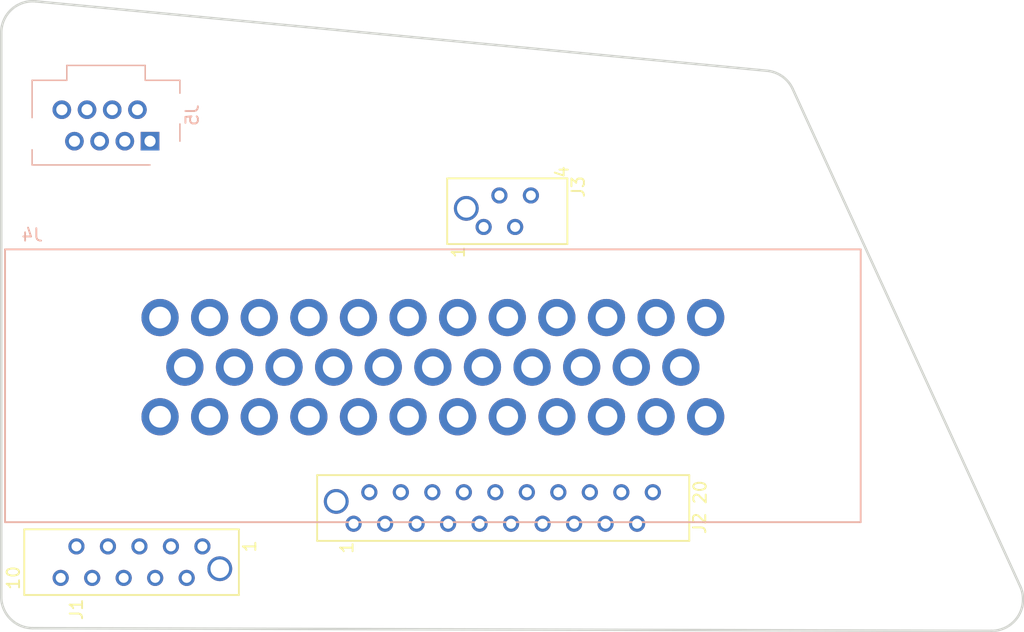
<source format=kicad_pcb>
(kicad_pcb (version 20171130) (host pcbnew 5.0.2-bee76a0~70~ubuntu18.04.1)

  (general
    (thickness 1.6)
    (drawings 8)
    (tracks 0)
    (zones 0)
    (modules 5)
    (nets 78)
  )

  (page A4)
  (layers
    (0 F.Cu signal)
    (31 B.Cu signal)
    (32 B.Adhes user)
    (33 F.Adhes user)
    (34 B.Paste user)
    (35 F.Paste user)
    (36 B.SilkS user)
    (37 F.SilkS user)
    (38 B.Mask user)
    (39 F.Mask user)
    (40 Dwgs.User user)
    (41 Cmts.User user)
    (42 Eco1.User user)
    (43 Eco2.User user)
    (44 Edge.Cuts user)
    (45 Margin user)
    (46 B.CrtYd user)
    (47 F.CrtYd user)
    (48 B.Fab user)
    (49 F.Fab user)
  )

  (setup
    (last_trace_width 0.25)
    (trace_clearance 0.2)
    (zone_clearance 0.508)
    (zone_45_only no)
    (trace_min 0.2)
    (segment_width 0.2)
    (edge_width 0.15)
    (via_size 0.8)
    (via_drill 0.4)
    (via_min_size 0.4)
    (via_min_drill 0.3)
    (uvia_size 0.3)
    (uvia_drill 0.1)
    (uvias_allowed no)
    (uvia_min_size 0.2)
    (uvia_min_drill 0.1)
    (pcb_text_width 0.3)
    (pcb_text_size 1.5 1.5)
    (mod_edge_width 0.15)
    (mod_text_size 1 1)
    (mod_text_width 0.15)
    (pad_size 1.524 1.524)
    (pad_drill 0.762)
    (pad_to_mask_clearance 0.051)
    (solder_mask_min_width 0.25)
    (aux_axis_origin 0 0)
    (visible_elements FFFFE77F)
    (pcbplotparams
      (layerselection 0x010fc_ffffffff)
      (usegerberextensions false)
      (usegerberattributes false)
      (usegerberadvancedattributes false)
      (creategerberjobfile false)
      (excludeedgelayer true)
      (linewidth 0.100000)
      (plotframeref false)
      (viasonmask false)
      (mode 1)
      (useauxorigin false)
      (hpglpennumber 1)
      (hpglpenspeed 20)
      (hpglpendiameter 15.000000)
      (psnegative false)
      (psa4output false)
      (plotreference true)
      (plotvalue true)
      (plotinvisibletext false)
      (padsonsilk false)
      (subtractmaskfromsilk false)
      (outputformat 1)
      (mirror false)
      (drillshape 1)
      (scaleselection 1)
      (outputdirectory ""))
  )

  (net 0 "")
  (net 1 "Net-(J1-Pad10)")
  (net 2 "Net-(J1-Pad9)")
  (net 3 "Net-(J1-Pad8)")
  (net 4 "Net-(J1-Pad6)")
  (net 5 "Net-(J1-Pad4)")
  (net 6 "Net-(J1-Pad2)")
  (net 7 "Net-(J1-Pad7)")
  (net 8 "Net-(J1-Pad1)")
  (net 9 "Net-(J1-Pad3)")
  (net 10 "Net-(J1-Pad5)")
  (net 11 "Net-(J2-Pad20)")
  (net 12 "Net-(J2-Pad19)")
  (net 13 "Net-(J2-Pad18)")
  (net 14 "Net-(J2-Pad17)")
  (net 15 "Net-(J2-Pad16)")
  (net 16 "Net-(J2-Pad15)")
  (net 17 "Net-(J2-Pad14)")
  (net 18 "Net-(J2-Pad13)")
  (net 19 "Net-(J2-Pad12)")
  (net 20 "Net-(J2-Pad11)")
  (net 21 "Net-(J2-Pad10)")
  (net 22 "Net-(J2-Pad9)")
  (net 23 "Net-(J2-Pad8)")
  (net 24 "Net-(J2-Pad6)")
  (net 25 "Net-(J2-Pad4)")
  (net 26 "Net-(J2-Pad2)")
  (net 27 "Net-(J2-Pad7)")
  (net 28 "Net-(J2-Pad1)")
  (net 29 "Net-(J2-Pad3)")
  (net 30 "Net-(J2-Pad5)")
  (net 31 "Net-(J3-Pad4)")
  (net 32 "Net-(J3-Pad2)")
  (net 33 "Net-(J3-Pad1)")
  (net 34 "Net-(J3-Pad3)")
  (net 35 "Net-(J4-Pad31)")
  (net 36 "Net-(J4-Pad25)")
  (net 37 "Net-(J4-Pad26)")
  (net 38 "Net-(J4-Pad27)")
  (net 39 "Net-(J4-Pad28)")
  (net 40 "Net-(J4-Pad29)")
  (net 41 "Net-(J4-Pad30)")
  (net 42 "Net-(J4-Pad14)")
  (net 43 "Net-(J4-Pad15)")
  (net 44 "Net-(J4-Pad17)")
  (net 45 "Net-(J4-Pad16)")
  (net 46 "Net-(J4-Pad18)")
  (net 47 "Net-(J4-Pad19)")
  (net 48 "Net-(J4-Pad7)")
  (net 49 "Net-(J4-Pad6)")
  (net 50 "Net-(J4-Pad4)")
  (net 51 "Net-(J4-Pad5)")
  (net 52 "Net-(J4-Pad3)")
  (net 53 "Net-(J4-Pad2)")
  (net 54 "Net-(J4-Pad24)")
  (net 55 "Net-(J4-Pad13)")
  (net 56 "Net-(J4-Pad1)")
  (net 57 "Net-(J4-Pad8)")
  (net 58 "Net-(J4-Pad20)")
  (net 59 "Net-(J4-Pad32)")
  (net 60 "Net-(J4-Pad9)")
  (net 61 "Net-(J4-Pad33)")
  (net 62 "Net-(J4-Pad21)")
  (net 63 "Net-(J4-Pad10)")
  (net 64 "Net-(J4-Pad34)")
  (net 65 "Net-(J4-Pad22)")
  (net 66 "Net-(J4-Pad11)")
  (net 67 "Net-(J4-Pad35)")
  (net 68 "Net-(J4-Pad23)")
  (net 69 "Net-(J4-Pad12)")
  (net 70 "Net-(J5-Pad1)")
  (net 71 "Net-(J5-Pad2)")
  (net 72 "Net-(J5-Pad3)")
  (net 73 "Net-(J5-Pad4)")
  (net 74 "Net-(J5-Pad5)")
  (net 75 "Net-(J5-Pad6)")
  (net 76 "Net-(J5-Pad7)")
  (net 77 "Net-(J5-Pad8)")

  (net_class Default "This is the default net class."
    (clearance 0.2)
    (trace_width 0.25)
    (via_dia 0.8)
    (via_drill 0.4)
    (uvia_dia 0.3)
    (uvia_drill 0.1)
    (add_net "Net-(J1-Pad1)")
    (add_net "Net-(J1-Pad10)")
    (add_net "Net-(J1-Pad2)")
    (add_net "Net-(J1-Pad3)")
    (add_net "Net-(J1-Pad4)")
    (add_net "Net-(J1-Pad5)")
    (add_net "Net-(J1-Pad6)")
    (add_net "Net-(J1-Pad7)")
    (add_net "Net-(J1-Pad8)")
    (add_net "Net-(J1-Pad9)")
    (add_net "Net-(J2-Pad1)")
    (add_net "Net-(J2-Pad10)")
    (add_net "Net-(J2-Pad11)")
    (add_net "Net-(J2-Pad12)")
    (add_net "Net-(J2-Pad13)")
    (add_net "Net-(J2-Pad14)")
    (add_net "Net-(J2-Pad15)")
    (add_net "Net-(J2-Pad16)")
    (add_net "Net-(J2-Pad17)")
    (add_net "Net-(J2-Pad18)")
    (add_net "Net-(J2-Pad19)")
    (add_net "Net-(J2-Pad2)")
    (add_net "Net-(J2-Pad20)")
    (add_net "Net-(J2-Pad3)")
    (add_net "Net-(J2-Pad4)")
    (add_net "Net-(J2-Pad5)")
    (add_net "Net-(J2-Pad6)")
    (add_net "Net-(J2-Pad7)")
    (add_net "Net-(J2-Pad8)")
    (add_net "Net-(J2-Pad9)")
    (add_net "Net-(J3-Pad1)")
    (add_net "Net-(J3-Pad2)")
    (add_net "Net-(J3-Pad3)")
    (add_net "Net-(J3-Pad4)")
    (add_net "Net-(J4-Pad1)")
    (add_net "Net-(J4-Pad10)")
    (add_net "Net-(J4-Pad11)")
    (add_net "Net-(J4-Pad12)")
    (add_net "Net-(J4-Pad13)")
    (add_net "Net-(J4-Pad14)")
    (add_net "Net-(J4-Pad15)")
    (add_net "Net-(J4-Pad16)")
    (add_net "Net-(J4-Pad17)")
    (add_net "Net-(J4-Pad18)")
    (add_net "Net-(J4-Pad19)")
    (add_net "Net-(J4-Pad2)")
    (add_net "Net-(J4-Pad20)")
    (add_net "Net-(J4-Pad21)")
    (add_net "Net-(J4-Pad22)")
    (add_net "Net-(J4-Pad23)")
    (add_net "Net-(J4-Pad24)")
    (add_net "Net-(J4-Pad25)")
    (add_net "Net-(J4-Pad26)")
    (add_net "Net-(J4-Pad27)")
    (add_net "Net-(J4-Pad28)")
    (add_net "Net-(J4-Pad29)")
    (add_net "Net-(J4-Pad3)")
    (add_net "Net-(J4-Pad30)")
    (add_net "Net-(J4-Pad31)")
    (add_net "Net-(J4-Pad32)")
    (add_net "Net-(J4-Pad33)")
    (add_net "Net-(J4-Pad34)")
    (add_net "Net-(J4-Pad35)")
    (add_net "Net-(J4-Pad4)")
    (add_net "Net-(J4-Pad5)")
    (add_net "Net-(J4-Pad6)")
    (add_net "Net-(J4-Pad7)")
    (add_net "Net-(J4-Pad8)")
    (add_net "Net-(J4-Pad9)")
    (add_net "Net-(J5-Pad1)")
    (add_net "Net-(J5-Pad2)")
    (add_net "Net-(J5-Pad3)")
    (add_net "Net-(J5-Pad4)")
    (add_net "Net-(J5-Pad5)")
    (add_net "Net-(J5-Pad6)")
    (add_net "Net-(J5-Pad7)")
    (add_net "Net-(J5-Pad8)")
  )

  (module footprints:micromatch_female_vert_10 (layer F.Cu) (tedit 5A772885) (tstamp 5C54CAD6)
    (at 31.59206 72.11654 270)
    (path /5C54CEDE)
    (fp_text reference J1 (at 5.08 5.08 270) (layer F.SilkS)
      (effects (font (size 1 1) (thickness 0.15)))
    )
    (fp_text value MM_F_VT_10 (at 6.35 0) (layer F.Fab) hide
      (effects (font (size 1 1) (thickness 0.15)))
    )
    (fp_line (start 3.92 9.29) (end 3.92 -8.02) (layer F.SilkS) (width 0.15))
    (fp_line (start -1.38 9.29) (end -1.38 -8.02) (layer F.SilkS) (width 0.15))
    (fp_line (start -1.38 -8.02) (end 3.92 -8.02) (layer F.SilkS) (width 0.15))
    (fp_line (start -1.38 9.29) (end 3.92 9.29) (layer F.SilkS) (width 0.15))
    (fp_text user 1 (at 0 -8.89 270) (layer F.SilkS)
      (effects (font (size 1 1) (thickness 0.15)))
    )
    (fp_text user 10 (at 2.54 10.16 270) (layer F.SilkS)
      (effects (font (size 1 1) (thickness 0.15)))
    )
    (pad 11 thru_hole circle (at 1.8 -6.48 270) (size 2 2) (drill 1.5) (layers *.Cu *.Mask))
    (pad 10 thru_hole circle (at 2.54 6.35 270) (size 1.3 1.3) (drill 0.8) (layers *.Cu *.Mask)
      (net 1 "Net-(J1-Pad10)"))
    (pad 9 thru_hole circle (at 0 5.08 270) (size 1.3 1.3) (drill 0.8) (layers *.Cu *.Mask)
      (net 2 "Net-(J1-Pad9)"))
    (pad 8 thru_hole circle (at 2.54 3.81 270) (size 1.3 1.3) (drill 0.8) (layers *.Cu *.Mask)
      (net 3 "Net-(J1-Pad8)"))
    (pad 6 thru_hole circle (at 2.54 1.27 270) (size 1.3 1.3) (drill 0.8) (layers *.Cu *.Mask)
      (net 4 "Net-(J1-Pad6)"))
    (pad 4 thru_hole circle (at 2.54 -1.27 270) (size 1.3 1.3) (drill 0.8) (layers *.Cu *.Mask)
      (net 5 "Net-(J1-Pad4)"))
    (pad 2 thru_hole circle (at 2.54 -3.81 270) (size 1.3 1.3) (drill 0.8) (layers *.Cu *.Mask)
      (net 6 "Net-(J1-Pad2)"))
    (pad 7 thru_hole circle (at 0 2.54 270) (size 1.3 1.3) (drill 0.8) (layers *.Cu *.Mask)
      (net 7 "Net-(J1-Pad7)"))
    (pad 1 thru_hole circle (at 0 -5.08 270) (size 1.3 1.3) (drill 0.8) (layers *.Cu *.Mask)
      (net 8 "Net-(J1-Pad1)"))
    (pad 3 thru_hole circle (at 0 -2.54 270) (size 1.3 1.3) (drill 0.8) (layers *.Cu *.Mask)
      (net 9 "Net-(J1-Pad3)"))
    (pad 5 thru_hole circle (at 0 0 270) (size 1.3 1.3) (drill 0.8) (layers *.Cu *.Mask)
      (net 10 "Net-(J1-Pad5)"))
  )

  (module footprints:micromatch_female_vert_20 (layer F.Cu) (tedit 5A772A19) (tstamp 5C54CAB8)
    (at 53.94153 70.28974 90)
    (path /5C54D086)
    (fp_text reference J2 (at 0.0381 22.82444 90) (layer F.SilkS)
      (effects (font (size 1 1) (thickness 0.15)))
    )
    (fp_text value MM_F_VT_20 (at 6.35 0 180) (layer F.Fab) hide
      (effects (font (size 1 1) (thickness 0.15)))
    )
    (fp_line (start 3.92 21.99) (end 3.92 -8.02) (layer F.SilkS) (width 0.15))
    (fp_line (start -1.38 21.99) (end -1.38 -8.02) (layer F.SilkS) (width 0.15))
    (fp_line (start -1.38 -8.02) (end 3.92 -8.02) (layer F.SilkS) (width 0.15))
    (fp_line (start -1.38 21.99) (end 3.92 21.99) (layer F.SilkS) (width 0.15))
    (fp_text user 1 (at -1.92786 -5.61848 90) (layer F.SilkS)
      (effects (font (size 1 1) (thickness 0.15)))
    )
    (fp_text user 20 (at 2.54 22.86 90) (layer F.SilkS)
      (effects (font (size 1 1) (thickness 0.15)))
    )
    (pad 21 thru_hole circle (at 1.8 -6.48 90) (size 2 2) (drill 1.5) (layers *.Cu *.Mask))
    (pad 20 thru_hole circle (at 2.54 19.05 90) (size 1.3 1.3) (drill 0.8) (layers *.Cu *.Mask)
      (net 11 "Net-(J2-Pad20)"))
    (pad 19 thru_hole circle (at 0 17.78 90) (size 1.3 1.3) (drill 0.8) (layers *.Cu *.Mask)
      (net 12 "Net-(J2-Pad19)"))
    (pad 18 thru_hole circle (at 2.54 16.51 90) (size 1.3 1.3) (drill 0.8) (layers *.Cu *.Mask)
      (net 13 "Net-(J2-Pad18)"))
    (pad 17 thru_hole circle (at 0 15.24 90) (size 1.3 1.3) (drill 0.8) (layers *.Cu *.Mask)
      (net 14 "Net-(J2-Pad17)"))
    (pad 16 thru_hole circle (at 2.54 13.97 90) (size 1.3 1.3) (drill 0.8) (layers *.Cu *.Mask)
      (net 15 "Net-(J2-Pad16)"))
    (pad 15 thru_hole circle (at 0 12.7 90) (size 1.3 1.3) (drill 0.8) (layers *.Cu *.Mask)
      (net 16 "Net-(J2-Pad15)"))
    (pad 14 thru_hole circle (at 2.54 11.43 90) (size 1.3 1.3) (drill 0.8) (layers *.Cu *.Mask)
      (net 17 "Net-(J2-Pad14)"))
    (pad 13 thru_hole circle (at 0 10.16 90) (size 1.3 1.3) (drill 0.8) (layers *.Cu *.Mask)
      (net 18 "Net-(J2-Pad13)"))
    (pad 12 thru_hole circle (at 2.54 8.89 90) (size 1.3 1.3) (drill 0.8) (layers *.Cu *.Mask)
      (net 19 "Net-(J2-Pad12)"))
    (pad 11 thru_hole circle (at 0 7.62 90) (size 1.3 1.3) (drill 0.8) (layers *.Cu *.Mask)
      (net 20 "Net-(J2-Pad11)"))
    (pad 10 thru_hole circle (at 2.54 6.35 90) (size 1.3 1.3) (drill 0.8) (layers *.Cu *.Mask)
      (net 21 "Net-(J2-Pad10)"))
    (pad 9 thru_hole circle (at 0 5.08 90) (size 1.3 1.3) (drill 0.8) (layers *.Cu *.Mask)
      (net 22 "Net-(J2-Pad9)"))
    (pad 8 thru_hole circle (at 2.54 3.81 90) (size 1.3 1.3) (drill 0.8) (layers *.Cu *.Mask)
      (net 23 "Net-(J2-Pad8)"))
    (pad 6 thru_hole circle (at 2.54 1.27 90) (size 1.3 1.3) (drill 0.8) (layers *.Cu *.Mask)
      (net 24 "Net-(J2-Pad6)"))
    (pad 4 thru_hole circle (at 2.54 -1.27 90) (size 1.3 1.3) (drill 0.8) (layers *.Cu *.Mask)
      (net 25 "Net-(J2-Pad4)"))
    (pad 2 thru_hole circle (at 2.54 -3.81 90) (size 1.3 1.3) (drill 0.8) (layers *.Cu *.Mask)
      (net 26 "Net-(J2-Pad2)"))
    (pad 7 thru_hole circle (at 0 2.54 90) (size 1.3 1.3) (drill 0.8) (layers *.Cu *.Mask)
      (net 27 "Net-(J2-Pad7)"))
    (pad 1 thru_hole circle (at 0 -5.08 90) (size 1.3 1.3) (drill 0.8) (layers *.Cu *.Mask)
      (net 28 "Net-(J2-Pad1)"))
    (pad 3 thru_hole circle (at 0 -2.54 90) (size 1.3 1.3) (drill 0.8) (layers *.Cu *.Mask)
      (net 29 "Net-(J2-Pad3)"))
    (pad 5 thru_hole circle (at 0 0 90) (size 1.3 1.3) (drill 0.8) (layers *.Cu *.Mask)
      (net 30 "Net-(J2-Pad5)"))
  )

  (module footprints:micromatch_female_vert_4 (layer F.Cu) (tedit 5A7726AD) (tstamp 5C54CAAA)
    (at 64.429649 46.356719 90)
    (path /5C54D319)
    (fp_text reference J3 (at 3.23596 2.54508 270) (layer F.SilkS)
      (effects (font (size 1 1) (thickness 0.15)))
    )
    (fp_text value MM_F_VT_04 (at 6.35 -1.27 180) (layer F.Fab) hide
      (effects (font (size 1 1) (thickness 0.15)))
    )
    (fp_line (start 3.92 1.67) (end 3.92 -8.02) (layer F.SilkS) (width 0.15))
    (fp_line (start -1.38 1.67) (end -1.38 -8.02) (layer F.SilkS) (width 0.15))
    (fp_line (start -1.38 -8.02) (end 3.92 -8.02) (layer F.SilkS) (width 0.15))
    (fp_line (start -1.38 1.67) (end 3.92 1.67) (layer F.SilkS) (width 0.15))
    (fp_text user 1 (at -2.02184 -7.11962 90) (layer F.SilkS)
      (effects (font (size 1 1) (thickness 0.15)))
    )
    (fp_text user 4 (at 4.4323 1.24714 90) (layer F.SilkS)
      (effects (font (size 1 1) (thickness 0.15)))
    )
    (pad 5 thru_hole circle (at 1.5 -6.48 90) (size 2 2) (drill 1.5) (layers *.Cu *.Mask))
    (pad 4 thru_hole circle (at 2.54 -1.27 90) (size 1.3 1.3) (drill 0.8) (layers *.Cu *.Mask)
      (net 31 "Net-(J3-Pad4)"))
    (pad 2 thru_hole circle (at 2.54 -3.81 90) (size 1.3 1.3) (drill 0.8) (layers *.Cu *.Mask)
      (net 32 "Net-(J3-Pad2)"))
    (pad 1 thru_hole circle (at 0 -5.08 90) (size 1.3 1.3) (drill 0.8) (layers *.Cu *.Mask)
      (net 33 "Net-(J3-Pad1)"))
    (pad 3 thru_hole circle (at 0 -2.54 90) (size 1.3 1.3) (drill 0.8) (layers *.Cu *.Mask)
      (net 34 "Net-(J3-Pad3)"))
  )

  (module footprints:Ampseal_35 (layer B.Cu) (tedit 5A824A5B) (tstamp 5C54CF92)
    (at 26.75382 57.1627)
    (path /5C54D50C)
    (fp_text reference J4 (at -3.81 -10.16) (layer B.SilkS)
      (effects (font (size 1 1) (thickness 0.15)) (justify mirror))
    )
    (fp_text value Ampseal_35_VT (at 4.20116 -10.1473) (layer B.Fab)
      (effects (font (size 1 1) (thickness 0.15)) (justify mirror))
    )
    (fp_line (start -6 13) (end 63 13) (layer B.SilkS) (width 0.15))
    (fp_line (start 63 13) (end 63 -9) (layer B.SilkS) (width 0.15))
    (fp_line (start 63 -9) (end -6 -9) (layer B.SilkS) (width 0.15))
    (fp_line (start -6 -9) (end -6 13) (layer B.SilkS) (width 0.15))
    (pad "" np_thru_hole circle (at 57 0) (size 2.85 2.85) (drill 2.85) (layers *.Cu *.Mask))
    (pad "" np_thru_hole circle (at 61.7 -6.8) (size 2 2) (drill 2) (layers *.Cu *.Mask))
    (pad "" np_thru_hole circle (at -4.7 -6.8) (size 2 2) (drill 2) (layers *.Cu *.Mask))
    (pad "" np_thru_hole circle (at 60.2 11.3) (size 2 2) (drill 2) (layers *.Cu *.Mask))
    (pad "" np_thru_hole circle (at -3.2 11.3) (size 2 2) (drill 2) (layers *.Cu *.Mask))
    (pad 31 thru_hole circle (at 34.5 -3.5) (size 3 3) (drill 1.75) (layers *.Cu *.Mask)
      (net 35 "Net-(J4-Pad31)"))
    (pad 25 thru_hole circle (at 10.5 -3.5) (size 3 3) (drill 1.75) (layers *.Cu *.Mask)
      (net 36 "Net-(J4-Pad25)"))
    (pad 26 thru_hole circle (at 14.5 -3.5) (size 3 3) (drill 1.75) (layers *.Cu *.Mask)
      (net 37 "Net-(J4-Pad26)"))
    (pad 27 thru_hole circle (at 18.5 -3.5) (size 3 3) (drill 1.75) (layers *.Cu *.Mask)
      (net 38 "Net-(J4-Pad27)"))
    (pad 28 thru_hole circle (at 22.5 -3.5) (size 3 3) (drill 1.75) (layers *.Cu *.Mask)
      (net 39 "Net-(J4-Pad28)"))
    (pad 29 thru_hole circle (at 26.5 -3.5) (size 3 3) (drill 1.75) (layers *.Cu *.Mask)
      (net 40 "Net-(J4-Pad29)"))
    (pad 30 thru_hole circle (at 30.5 -3.5) (size 3 3) (drill 1.75) (layers *.Cu *.Mask)
      (net 41 "Net-(J4-Pad30)"))
    (pad 14 thru_hole circle (at 12.5 0.5) (size 3 3) (drill 1.75) (layers *.Cu *.Mask)
      (net 42 "Net-(J4-Pad14)"))
    (pad 15 thru_hole circle (at 16.5 0.5) (size 3 3) (drill 1.75) (layers *.Cu *.Mask)
      (net 43 "Net-(J4-Pad15)"))
    (pad 17 thru_hole circle (at 24.5 0.5) (size 3 3) (drill 1.75) (layers *.Cu *.Mask)
      (net 44 "Net-(J4-Pad17)"))
    (pad 16 thru_hole circle (at 20.5 0.5) (size 3 3) (drill 1.75) (layers *.Cu *.Mask)
      (net 45 "Net-(J4-Pad16)"))
    (pad 18 thru_hole circle (at 28.5 0.5) (size 3 3) (drill 1.75) (layers *.Cu *.Mask)
      (net 46 "Net-(J4-Pad18)"))
    (pad 19 thru_hole circle (at 32.5 0.5) (size 3 3) (drill 1.75) (layers *.Cu *.Mask)
      (net 47 "Net-(J4-Pad19)"))
    (pad 7 thru_hole circle (at 30.5 4.5) (size 3 3) (drill 1.75) (layers *.Cu *.Mask)
      (net 48 "Net-(J4-Pad7)"))
    (pad 6 thru_hole circle (at 26.5 4.5) (size 3 3) (drill 1.75) (layers *.Cu *.Mask)
      (net 49 "Net-(J4-Pad6)"))
    (pad 4 thru_hole circle (at 18.5 4.5) (size 3 3) (drill 1.75) (layers *.Cu *.Mask)
      (net 50 "Net-(J4-Pad4)"))
    (pad 5 thru_hole circle (at 22.5 4.5) (size 3 3) (drill 1.75) (layers *.Cu *.Mask)
      (net 51 "Net-(J4-Pad5)"))
    (pad 3 thru_hole circle (at 14.5 4.5) (size 3 3) (drill 1.75) (layers *.Cu *.Mask)
      (net 52 "Net-(J4-Pad3)"))
    (pad 2 thru_hole circle (at 10.5 4.5) (size 3 3) (drill 1.75) (layers *.Cu *.Mask)
      (net 53 "Net-(J4-Pad2)"))
    (pad 24 thru_hole circle (at 6.5 -3.5) (size 3 3) (drill 1.75) (layers *.Cu *.Mask)
      (net 54 "Net-(J4-Pad24)"))
    (pad 13 thru_hole circle (at 8.5 0.5) (size 3 3) (drill 1.75) (layers *.Cu *.Mask)
      (net 55 "Net-(J4-Pad13)"))
    (pad 1 thru_hole circle (at 6.5 4.5) (size 3 3) (drill 1.75) (layers *.Cu *.Mask)
      (net 56 "Net-(J4-Pad1)"))
    (pad "" np_thru_hole circle (at 0 0) (size 2.85 2.85) (drill 2.85) (layers *.Cu *.Mask))
    (pad 8 thru_hole circle (at 34.5 4.5) (size 3 3) (drill 1.75) (layers *.Cu *.Mask)
      (net 57 "Net-(J4-Pad8)"))
    (pad 20 thru_hole circle (at 36.5 0.5) (size 3 3) (drill 1.75) (layers *.Cu *.Mask)
      (net 58 "Net-(J4-Pad20)"))
    (pad 32 thru_hole circle (at 38.5 -3.5) (size 3 3) (drill 1.75) (layers *.Cu *.Mask)
      (net 59 "Net-(J4-Pad32)"))
    (pad 9 thru_hole circle (at 38.5 4.5) (size 3 3) (drill 1.75) (layers *.Cu *.Mask)
      (net 60 "Net-(J4-Pad9)"))
    (pad 33 thru_hole circle (at 42.5 -3.5) (size 3 3) (drill 1.75) (layers *.Cu *.Mask)
      (net 61 "Net-(J4-Pad33)"))
    (pad 21 thru_hole circle (at 40.5 0.5) (size 3 3) (drill 1.75) (layers *.Cu *.Mask)
      (net 62 "Net-(J4-Pad21)"))
    (pad 10 thru_hole circle (at 42.5 4.5) (size 3 3) (drill 1.75) (layers *.Cu *.Mask)
      (net 63 "Net-(J4-Pad10)"))
    (pad 34 thru_hole circle (at 46.5 -3.5) (size 3 3) (drill 1.75) (layers *.Cu *.Mask)
      (net 64 "Net-(J4-Pad34)"))
    (pad 22 thru_hole circle (at 44.5 0.5) (size 3 3) (drill 1.75) (layers *.Cu *.Mask)
      (net 65 "Net-(J4-Pad22)"))
    (pad 11 thru_hole circle (at 46.5 4.5) (size 3 3) (drill 1.75) (layers *.Cu *.Mask)
      (net 66 "Net-(J4-Pad11)"))
    (pad 35 thru_hole circle (at 50.5 -3.5) (size 3 3) (drill 1.75) (layers *.Cu *.Mask)
      (net 67 "Net-(J4-Pad35)"))
    (pad 23 thru_hole circle (at 48.5 0.5) (size 3 3) (drill 1.75) (layers *.Cu *.Mask)
      (net 68 "Net-(J4-Pad23)"))
    (pad 12 thru_hole circle (at 50.5 4.5) (size 3 3) (drill 1.75) (layers *.Cu *.Mask)
      (net 69 "Net-(J4-Pad12)"))
  )

  (module Connector_RJ:RJ45_Plug_Metz_AJP92A8813 (layer B.Cu) (tedit 5BBCCE2B) (tstamp 5C54CFBA)
    (at 32.44596 39.44112 90)
    (descr "plug, ethernet, 8P8C, RJ45 Plug")
    (tags "AJP92A8813 8P8C RJ45 ethernet plug")
    (path /5C54D872)
    (fp_text reference J5 (at 2.1 3.4 90) (layer B.SilkS)
      (effects (font (size 1 1) (thickness 0.15)) (justify mirror))
    )
    (fp_text value RJ45 (at 1.5 -10.8 90) (layer B.Fab)
      (effects (font (size 1 1) (thickness 0.15)) (justify mirror))
    )
    (fp_text user %R (at 5 -3.6) (layer B.Fab)
      (effects (font (size 1 1) (thickness 0.15)) (justify mirror))
    )
    (fp_line (start 8.8 4.7) (end -4.7 4.7) (layer B.CrtYd) (width 0.05))
    (fp_line (start -4.7 4.7) (end -4.7 -11.8) (layer B.CrtYd) (width 0.05))
    (fp_line (start -4.7 -11.8) (end 8.8 -11.8) (layer B.CrtYd) (width 0.05))
    (fp_line (start 8.8 -11.8) (end 8.8 4.7) (layer B.CrtYd) (width 0.05))
    (fp_line (start 5.995 -0.5) (end 5.995 -6.6) (layer B.Fab) (width 0.1))
    (fp_line (start 5.995 -6.6) (end 4.795 -6.6) (layer B.Fab) (width 0.1))
    (fp_line (start 4.795 -6.6) (end 4.795 -9.4) (layer B.Fab) (width 0.1))
    (fp_line (start 4.795 -9.4) (end -1.805 -9.4) (layer B.Fab) (width 0.1))
    (fp_line (start -1.805 -9.4) (end -1.805 -1) (layer B.Fab) (width 0.1))
    (fp_line (start -1.805 2.3) (end 4.795 2.3) (layer B.Fab) (width 0.1))
    (fp_line (start 4.795 2.3) (end 4.795 -0.5) (layer B.Fab) (width 0.1))
    (fp_line (start 4.795 -0.5) (end 5.995 -0.5) (layer B.Fab) (width 0.1))
    (fp_line (start 6.11 -6.71) (end 4.91 -6.71) (layer B.SilkS) (width 0.12))
    (fp_line (start 4.91 -6.71) (end 4.91 -9.51) (layer B.SilkS) (width 0.12))
    (fp_line (start -1.915 -9.51) (end -1.915 0) (layer B.SilkS) (width 0.12))
    (fp_line (start 4.91 2.41) (end 4.91 -0.39) (layer B.SilkS) (width 0.12))
    (fp_line (start 4.91 -0.39) (end 6.11 -0.39) (layer B.SilkS) (width 0.12))
    (fp_line (start 6.11 -0.39) (end 6.11 -6.710031) (layer B.SilkS) (width 0.12))
    (fp_line (start 4.91 -9.51) (end 1.9 -9.51) (layer B.SilkS) (width 0.12))
    (fp_line (start -1.915 -9.51) (end -0.69 -9.51) (layer B.SilkS) (width 0.12))
    (fp_line (start 4.91 2.41) (end 3.87 2.41) (layer B.SilkS) (width 0.12))
    (fp_line (start 1.39 2.41) (end 0 2.41) (layer B.SilkS) (width 0.12))
    (fp_line (start -1.805 -1) (end -0.805 0) (layer B.Fab) (width 0.1))
    (fp_line (start -0.805 0) (end -1.805 1) (layer B.Fab) (width 0.1))
    (fp_line (start -1.805 1) (end -1.805 2.3) (layer B.Fab) (width 0.1))
    (pad 1 thru_hole rect (at 0 0 180) (size 1.5 1.5) (drill 0.9) (layers *.Cu *.Mask)
      (net 70 "Net-(J5-Pad1)"))
    (pad "" np_thru_hole circle (at 0.635 -8.446 180) (size 2.36 2.36) (drill 2.36) (layers *.Cu *.Mask))
    (pad 2 thru_hole circle (at 2.54 -1.016 180) (size 1.5 1.5) (drill 0.9) (layers *.Cu *.Mask)
      (net 71 "Net-(J5-Pad2)"))
    (pad 3 thru_hole circle (at 0 -2.032 180) (size 1.5 1.5) (drill 0.9) (layers *.Cu *.Mask)
      (net 72 "Net-(J5-Pad3)"))
    (pad 4 thru_hole circle (at 2.54 -3.048 180) (size 1.5 1.5) (drill 0.9) (layers *.Cu *.Mask)
      (net 73 "Net-(J5-Pad4)"))
    (pad 5 thru_hole circle (at 0 -4.064 180) (size 1.5 1.5) (drill 0.9) (layers *.Cu *.Mask)
      (net 74 "Net-(J5-Pad5)"))
    (pad 6 thru_hole circle (at 2.54 -5.08 180) (size 1.5 1.5) (drill 0.9) (layers *.Cu *.Mask)
      (net 75 "Net-(J5-Pad6)"))
    (pad 7 thru_hole circle (at 0 -6.096 180) (size 1.5 1.5) (drill 0.9) (layers *.Cu *.Mask)
      (net 76 "Net-(J5-Pad7)"))
    (pad 8 thru_hole circle (at 2.54 -7.112 180) (size 1.5 1.5) (drill 0.9) (layers *.Cu *.Mask)
      (net 77 "Net-(J5-Pad8)"))
    (pad "" np_thru_hole circle (at 2.54 1.334 180) (size 2.36 2.36) (drill 2.36) (layers *.Cu *.Mask))
    (model ${KISYS3DMOD}/Connector_RJ.3dshapes/RJ45_Plug_Metz_AJP92A8813.wrl
      (at (xyz 0 0 0))
      (scale (xyz 1 1 1))
      (rotate (xyz 0 0 0))
    )
  )

  (gr_arc (start 22.987539 76.169596) (end 22.980323 78.709586) (angle 89.83722768) (layer Edge.Cuts) (width 0.2) (tstamp 5C54CAA9))
  (gr_arc (start 100.307035 76.389255) (end 102.616845 75.332667) (angle 114.7437831) (layer Edge.Cuts) (width 0.2) (tstamp 5C54CAA8))
  (gr_arc (start 22.987539 30.694743) (end 20.447539 30.694742) (angle 95.41898918) (layer Edge.Cuts) (width 0.2) (tstamp 5C54CAA7))
  (gr_line (start 84.273761 35.232789) (end 102.616845 75.332667) (layer Edge.Cuts) (width 0.2) (tstamp 5C54CAA6))
  (gr_line (start 23.227412 28.166095) (end 82.203824 33.760729) (layer Edge.Cuts) (width 0.2) (tstamp 5C54CAA5))
  (gr_line (start 100.299819 78.929244) (end 22.980323 78.709586) (layer Edge.Cuts) (width 0.2) (tstamp 5C54CAA4))
  (gr_arc (start 81.963951 36.289377) (end 82.203824 33.760729) (angle 60) (layer Edge.Cuts) (width 0.2) (tstamp 5C54CAA3))
  (gr_line (start 20.447539 76.169596) (end 20.447539 30.694742) (layer Edge.Cuts) (width 0.2) (tstamp 5C54CAA2))

)

</source>
